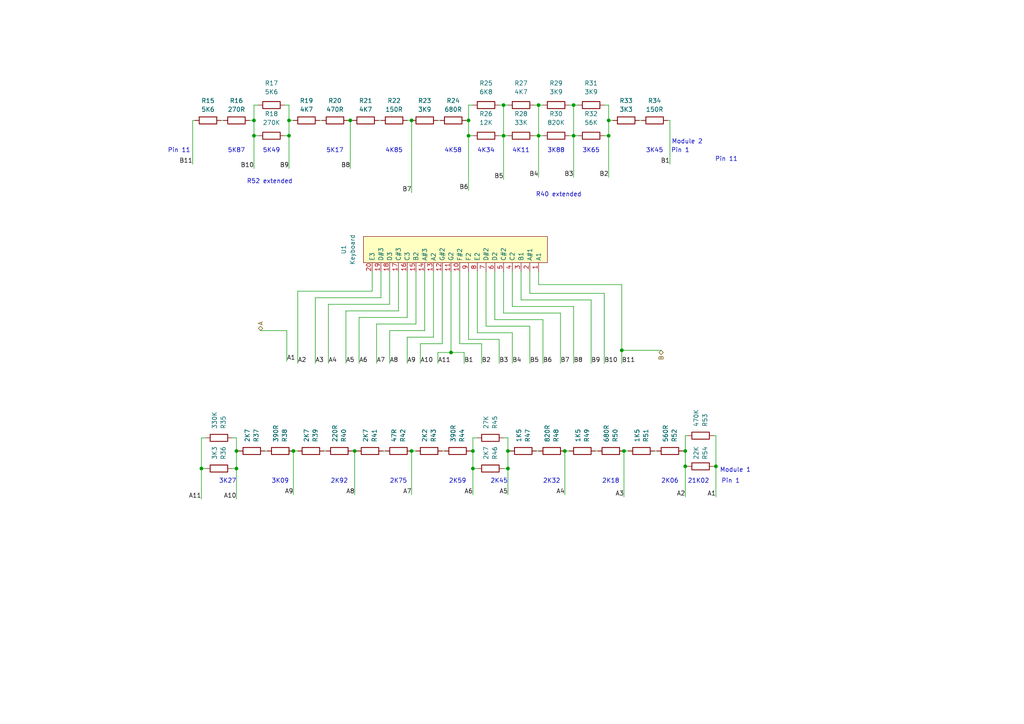
<source format=kicad_sch>
(kicad_sch (version 20231120) (generator "eeschema") (generator_version "8.0")
  (paper "A4")
  (lib_symbols
    (symbol "Device:R" (pin_numbers hide) (pin_names (offset 0))
      (property "Reference" "R" (at 2.032 0 90))
      (property "Value" "R" (at 0 0 90))
      (symbol "R_0_1"
        (rectangle (start -1.016 -2.54) (end 1.016 2.54) (stroke (width 0.254)))
      )
      (symbol "R_1_1"
        (pin passive line (at 0 3.81 270) (length 1.27) (name "~") (number "1"))
        (pin passive line (at 0 -3.81 90) (length 1.27) (name "~") (number "2"))
      )
    )
    (symbol "Stylophone:Keyboard"
      (property "Reference" "U" (at -3.81 26.67 0))
      (property "Value" "Keyboard" (at 0 29.21 0))
      (symbol "Keyboard_0_1"
        (rectangle (start -3.81 25.4) (end 3.81 -27.94) (fill (type background)))
      )
      (symbol "Keyboard_1_1"
        (pin passive line (at -6.35 22.86 0) (length 2.54) (name "A1") (number "1"))
        (pin passive line (at -6.35 0 0) (length 2.54) (name "F#2") (number "10"))
        (pin passive line (at -6.35 -2.54 0) (length 2.54) (name "G2") (number "11"))
        (pin passive line (at -6.35 -5.08 0) (length 2.54) (name "G#2") (number "12"))
        (pin passive line (at -6.35 -7.62 0) (length 2.54) (name "A2") (number "13"))
        (pin passive line (at -6.35 -10.16 0) (length 2.54) (name "A#3") (number "14"))
        (pin passive line (at -6.35 -12.7 0) (length 2.54) (name "B2") (number "15"))
        (pin passive line (at -6.35 -15.24 0) (length 2.54) (name "C3") (number "16"))
        (pin passive line (at -6.35 -17.78 0) (length 2.54) (name "C#3") (number "17"))
        (pin passive line (at -6.35 -20.32 0) (length 2.54) (name "D3") (number "18"))
        (pin passive line (at -6.35 -22.86 0) (length 2.54) (name "D#3") (number "19"))
        (pin passive line (at -6.35 20.32 0) (length 2.54) (name "A#1") (number "2"))
        (pin passive line (at -6.35 -25.4 0) (length 2.54) (name "E3") (number "20"))
        (pin passive line (at -6.35 17.78 0) (length 2.54) (name "B1") (number "3"))
        (pin passive line (at -6.35 15.24 0) (length 2.54) (name "C2") (number "4"))
        (pin passive line (at -6.35 12.7 0) (length 2.54) (name "C#2") (number "5"))
        (pin passive line (at -6.35 10.16 0) (length 2.54) (name "D2") (number "6"))
        (pin passive line (at -6.35 7.62 0) (length 2.54) (name "D#2") (number "7"))
        (pin passive line (at -6.35 5.08 0) (length 2.54) (name "E2") (number "8"))
        (pin passive line (at -6.35 2.54 0) (length 2.54) (name "F2") (number "9"))
      )
    )
  )
  (junction (at 180.34 101.6))
  (junction (at 166.37 39.37))
  (junction (at 147.32 130.81))
  (junction (at 137.16 130.81))
  (junction (at 198.755 135.255))
  (junction (at 180.975 130.81))
  (junction (at 198.755 130.81))
  (junction (at 163.83 130.81))
  (junction (at 137.16 135.89))
  (junction (at 85.09 130.81))
  (junction (at 135.89 39.37))
  (junction (at 119.38 130.81))
  (junction (at 119.38 34.925))
  (junction (at 73.66 39.37))
  (junction (at 83.82 34.925))
  (junction (at 166.37 30.48))
  (junction (at 176.53 39.37))
  (junction (at 176.53 34.925))
  (junction (at 73.66 34.925))
  (junction (at 135.89 34.925))
  (junction (at 147.32 135.89))
  (junction (at 102.87 130.81))
  (junction (at 156.21 39.37))
  (junction (at 68.58 135.89))
  (junction (at 146.05 30.48))
  (junction (at 146.05 39.37))
  (junction (at 58.42 135.89))
  (junction (at 101.6 34.925))
  (junction (at 130.81 102.235))
  (junction (at 207.645 135.255))
  (junction (at 83.82 39.37))
  (junction (at 156.21 30.48))
  (junction (at 68.58 130.81))
  (wire (pts (xy 118.11 97.79) (xy 125.73 97.79)))
  (wire (pts (xy 148.59 88.9) (xy 166.37 88.9)))
  (wire (pts (xy 176.53 30.48) (xy 176.53 34.925)))
  (wire (pts (xy 127.635 34.925) (xy 127 34.925)))
  (wire (pts (xy 103.505 130.81) (xy 102.87 130.81)))
  (wire (pts (xy 101.6 48.895) (xy 101.6 34.925)))
  (wire (pts (xy 207.645 135.255) (xy 207.645 144.145)))
  (wire (pts (xy 85.09 130.81) (xy 85.09 143.51)))
  (wire (pts (xy 86.36 105.41) (xy 86.36 84.455)))
  (wire (pts (xy 137.16 135.89) (xy 137.16 143.51)))
  (wire (pts (xy 133.35 78.74) (xy 133.35 99.695)))
  (wire (pts (xy 100.33 90.17) (xy 115.57 90.17)))
  (wire (pts (xy 119.38 34.925) (xy 119.38 55.88)))
  (wire (pts (xy 135.89 30.48) (xy 135.89 34.925)))
  (wire (pts (xy 148.59 78.74) (xy 148.59 88.9)))
  (wire (pts (xy 73.66 34.925) (xy 72.39 34.925)))
  (wire (pts (xy 146.05 39.37) (xy 144.78 39.37)))
  (wire (pts (xy 110.49 86.36) (xy 110.49 78.74)))
  (wire (pts (xy 68.58 135.89) (xy 68.58 130.81)))
  (wire (pts (xy 102.87 143.51) (xy 102.87 130.81)))
  (wire (pts (xy 59.69 135.89) (xy 58.42 135.89)))
  (wire (pts (xy 153.67 85.09) (xy 175.26 85.09)))
  (wire (pts (xy 67.31 135.89) (xy 68.58 135.89)))
  (wire (pts (xy 73.66 34.925) (xy 73.66 39.37)))
  (wire (pts (xy 91.44 86.36) (xy 110.49 86.36)))
  (wire (pts (xy 165.1 130.81) (xy 163.83 130.81)))
  (wire (pts (xy 104.14 92.075) (xy 118.11 92.075)))
  (wire (pts (xy 175.26 39.37) (xy 176.53 39.37)))
  (wire (pts (xy 153.67 105.41) (xy 153.67 94.615)))
  (wire (pts (xy 186.055 34.925) (xy 185.42 34.925)))
  (wire (pts (xy 176.53 34.925) (xy 176.53 39.37)))
  (wire (pts (xy 135.89 39.37) (xy 135.89 55.245)))
  (wire (pts (xy 207.645 126.365) (xy 207.645 135.255)))
  (wire (pts (xy 95.25 88.265) (xy 113.03 88.265)))
  (wire (pts (xy 128.27 99.695) (xy 128.27 78.74)))
  (wire (pts (xy 68.58 135.89) (xy 68.58 144.78)))
  (wire (pts (xy 118.11 105.41) (xy 118.11 97.79)))
  (wire (pts (xy 95.25 105.41) (xy 95.25 88.265)))
  (wire (pts (xy 91.44 105.41) (xy 91.44 86.36)))
  (wire (pts (xy 146.05 30.48) (xy 146.05 39.37)))
  (wire (pts (xy 207.01 135.255) (xy 207.645 135.255)))
  (wire (pts (xy 69.215 130.81) (xy 68.58 130.81)))
  (wire (pts (xy 167.64 39.37) (xy 166.37 39.37)))
  (wire (pts (xy 207.645 126.365) (xy 207.01 126.365)))
  (wire (pts (xy 64.77 34.925) (xy 64.135 34.925)))
  (wire (pts (xy 82.55 39.37) (xy 83.82 39.37)))
  (wire (pts (xy 121.92 99.695) (xy 128.27 99.695)))
  (wire (pts (xy 173.355 130.81) (xy 172.72 130.81)))
  (wire (pts (xy 156.21 130.81) (xy 155.575 130.81)))
  (wire (pts (xy 140.97 94.615) (xy 153.67 94.615)))
  (wire (pts (xy 119.38 143.51) (xy 119.38 130.81)))
  (wire (pts (xy 137.16 39.37) (xy 135.89 39.37)))
  (wire (pts (xy 127 102.235) (xy 130.81 102.235)))
  (wire (pts (xy 130.81 102.235) (xy 130.81 78.74)))
  (wire (pts (xy 125.73 97.79) (xy 125.73 78.74)))
  (wire (pts (xy 85.09 34.925) (xy 83.82 34.925)))
  (wire (pts (xy 100.33 105.41) (xy 100.33 90.17)))
  (wire (pts (xy 93.345 34.925) (xy 92.71 34.925)))
  (wire (pts (xy 156.21 30.48) (xy 157.48 30.48)))
  (wire (pts (xy 140.97 78.74) (xy 140.97 94.615)))
  (wire (pts (xy 156.21 78.74) (xy 156.21 82.55)))
  (wire (pts (xy 83.82 30.48) (xy 82.55 30.48)))
  (wire (pts (xy 147.32 39.37) (xy 146.05 39.37)))
  (wire (pts (xy 100.965 34.925) (xy 101.6 34.925)))
  (wire (pts (xy 176.53 30.48) (xy 175.26 30.48)))
  (wire (pts (xy 135.89 98.425) (xy 144.78 98.425)))
  (wire (pts (xy 194.31 47.625) (xy 194.31 34.925)))
  (wire (pts (xy 102.87 130.81) (xy 102.235 130.81)))
  (wire (pts (xy 198.755 130.81) (xy 198.12 130.81)))
  (wire (pts (xy 138.43 96.52) (xy 148.59 96.52)))
  (wire (pts (xy 146.05 127) (xy 147.32 127)))
  (wire (pts (xy 119.38 34.925) (xy 118.11 34.925)))
  (wire (pts (xy 109.22 93.98) (xy 120.65 93.98)))
  (wire (pts (xy 83.185 95.885) (xy 83.185 104.775)))
  (wire (pts (xy 153.67 78.74) (xy 153.67 85.09)))
  (wire (pts (xy 56.515 34.925) (xy 55.88 34.925)))
  (wire (pts (xy 194.31 34.925) (xy 193.675 34.925)))
  (wire (pts (xy 135.89 34.925) (xy 135.89 39.37)))
  (wire (pts (xy 73.66 39.37) (xy 73.66 48.895)))
  (wire (pts (xy 73.66 30.48) (xy 73.66 34.925)))
  (wire (pts (xy 83.82 34.925) (xy 83.82 39.37)))
  (wire (pts (xy 198.755 126.365) (xy 199.39 126.365)))
  (wire (pts (xy 175.26 85.09) (xy 175.26 105.41)))
  (wire (pts (xy 166.37 105.41) (xy 166.37 88.9)))
  (wire (pts (xy 137.16 130.81) (xy 137.16 127)))
  (wire (pts (xy 180.34 82.55) (xy 180.34 101.6)))
  (wire (pts (xy 147.32 135.89) (xy 147.32 143.51)))
  (wire (pts (xy 121.92 105.41) (xy 121.92 99.695)))
  (wire (pts (xy 107.95 84.455) (xy 107.95 78.74)))
  (wire (pts (xy 148.59 105.41) (xy 148.59 96.52)))
  (wire (pts (xy 162.56 105.41) (xy 162.56 90.805)))
  (wire (pts (xy 137.16 130.81) (xy 136.525 130.81)))
  (wire (pts (xy 180.34 101.6) (xy 180.34 105.41)))
  (wire (pts (xy 75.565 95.885) (xy 83.185 95.885)))
  (wire (pts (xy 156.21 39.37) (xy 156.21 51.435)))
  (wire (pts (xy 166.37 39.37) (xy 166.37 51.435)))
  (wire (pts (xy 104.14 105.41) (xy 104.14 92.075)))
  (wire (pts (xy 198.755 135.255) (xy 198.755 130.81)))
  (wire (pts (xy 199.39 135.255) (xy 198.755 135.255)))
  (wire (pts (xy 138.43 135.89) (xy 137.16 135.89)))
  (wire (pts (xy 133.35 99.695) (xy 139.7 99.695)))
  (wire (pts (xy 146.05 30.48) (xy 147.32 30.48)))
  (wire (pts (xy 144.78 105.41) (xy 144.78 98.425)))
  (wire (pts (xy 86.36 84.455) (xy 107.95 84.455)))
  (wire (pts (xy 135.89 78.74) (xy 135.89 98.425)))
  (wire (pts (xy 180.34 101.6) (xy 191.77 101.6)))
  (wire (pts (xy 135.89 30.48) (xy 137.16 30.48)))
  (wire (pts (xy 138.43 78.74) (xy 138.43 96.52)))
  (wire (pts (xy 55.88 34.925) (xy 55.88 47.625)))
  (wire (pts (xy 147.32 135.89) (xy 146.05 135.89)))
  (wire (pts (xy 123.19 95.885) (xy 123.19 78.74)))
  (wire (pts (xy 166.37 30.48) (xy 166.37 39.37)))
  (wire (pts (xy 134.62 105.41) (xy 134.62 102.235)))
  (wire (pts (xy 127 105.41) (xy 127 102.235)))
  (wire (pts (xy 115.57 90.17) (xy 115.57 78.74)))
  (wire (pts (xy 83.82 39.37) (xy 83.82 48.895)))
  (wire (pts (xy 130.81 102.235) (xy 134.62 102.235)))
  (wire (pts (xy 163.83 130.81) (xy 163.83 143.51)))
  (wire (pts (xy 198.755 130.81) (xy 198.755 126.365)))
  (wire (pts (xy 166.37 30.48) (xy 167.64 30.48)))
  (wire (pts (xy 68.58 127) (xy 67.31 127)))
  (wire (pts (xy 146.05 90.805) (xy 162.56 90.805)))
  (wire (pts (xy 58.42 135.89) (xy 58.42 144.78)))
  (wire (pts (xy 73.66 30.48) (xy 74.93 30.48)))
  (wire (pts (xy 109.22 105.41) (xy 109.22 93.98)))
  (wire (pts (xy 177.8 34.925) (xy 176.53 34.925)))
  (wire (pts (xy 156.21 39.37) (xy 154.94 39.37)))
  (wire (pts (xy 113.03 95.885) (xy 123.19 95.885)))
  (wire (pts (xy 151.13 86.995) (xy 171.45 86.995)))
  (wire (pts (xy 171.45 105.41) (xy 171.45 86.995)))
  (wire (pts (xy 147.32 127) (xy 147.32 130.81)))
  (wire (pts (xy 111.76 130.81) (xy 111.125 130.81)))
  (wire (pts (xy 146.05 39.37) (xy 146.05 52.07)))
  (wire (pts (xy 139.7 99.695) (xy 139.7 105.41)))
  (wire (pts (xy 128.905 130.81) (xy 128.27 130.81)))
  (wire (pts (xy 86.36 130.81) (xy 85.09 130.81)))
  (wire (pts (xy 157.48 105.41) (xy 157.48 92.71)))
  (wire (pts (xy 113.03 88.265) (xy 113.03 78.74)))
  (wire (pts (xy 110.49 34.925) (xy 109.855 34.925)))
  (wire (pts (xy 147.955 130.81) (xy 147.32 130.81)))
  (wire (pts (xy 120.65 130.81) (xy 119.38 130.81)))
  (wire (pts (xy 157.48 39.37) (xy 156.21 39.37)))
  (wire (pts (xy 143.51 78.74) (xy 143.51 92.71)))
  (wire (pts (xy 176.53 39.37) (xy 176.53 51.435)))
  (wire (pts (xy 182.245 130.81) (xy 180.975 130.81)))
  (wire (pts (xy 68.58 130.81) (xy 68.58 127)))
  (wire (pts (xy 135.89 34.925) (xy 135.255 34.925)))
  (wire (pts (xy 146.05 78.74) (xy 146.05 90.805)))
  (wire (pts (xy 198.755 144.145) (xy 198.755 135.255)))
  (wire (pts (xy 147.32 130.81) (xy 147.32 135.89)))
  (wire (pts (xy 118.11 92.075) (xy 118.11 78.74)))
  (wire (pts (xy 156.21 30.48) (xy 156.21 39.37)))
  (wire (pts (xy 137.16 135.89) (xy 137.16 130.81)))
  (wire (pts (xy 190.5 130.81) (xy 189.865 130.81)))
  (wire (pts (xy 83.82 30.48) (xy 83.82 34.925)))
  (wire (pts (xy 58.42 127) (xy 59.69 127)))
  (wire (pts (xy 180.975 130.81) (xy 180.975 144.145)))
  (wire (pts (xy 143.51 92.71) (xy 157.48 92.71)))
  (wire (pts (xy 120.65 93.98) (xy 120.65 78.74)))
  (wire (pts (xy 166.37 39.37) (xy 165.1 39.37)))
  (wire (pts (xy 113.03 105.41) (xy 113.03 95.885)))
  (wire (pts (xy 137.16 127) (xy 138.43 127)))
  (wire (pts (xy 156.21 82.55) (xy 180.34 82.55)))
  (wire (pts (xy 151.13 78.74) (xy 151.13 86.995)))
  (wire (pts (xy 58.42 127) (xy 58.42 135.89)))
  (wire (pts (xy 156.21 30.48) (xy 154.94 30.48)))
  (wire (pts (xy 94.615 130.81) (xy 93.98 130.81)))
  (wire (pts (xy 166.37 30.48) (xy 165.1 30.48)))
  (wire (pts (xy 74.93 39.37) (xy 73.66 39.37)))
  (wire (pts (xy 146.05 30.48) (xy 144.78 30.48)))
  (wire (pts (xy 77.47 130.81) (xy 76.835 130.81)))
  (wire (pts (xy 102.235 34.925) (xy 101.6 34.925)))
  (text "Module 1" (at 217.805 137.16 0) (effects (font (size 1.27 1.27)) (justify right bottom)))
  (text "4K85" (at 116.84 44.45 0) (effects (font (size 1.27 1.27)) (justify right bottom)))
  (text "3K65" (at 173.99 44.45 0) (effects (font (size 1.27 1.27)) (justify right bottom)))
  (text "2K75" (at 118.11 140.335 0) (effects (font (size 1.27 1.27)) (justify right bottom)))
  (text "R40 extended\n" (at 162.052 56.515 0) (effects (font (size 1.27 1.27))))
  (text "5K49" (at 81.28 44.45 0) (effects (font (size 1.27 1.27)) (justify right bottom)))
  (text "R52 extended\n" (at 78.232 52.705 0) (effects (font (size 1.27 1.27))))
  (text "5K17" (at 99.695 44.45 0) (effects (font (size 1.27 1.27)) (justify right bottom)))
  (text "2K59" (at 135.255 140.335 0) (effects (font (size 1.27 1.27)) (justify right bottom)))
  (text "Pin 11" (at 213.995 46.99 0) (effects (font (size 1.27 1.27)) (justify right bottom)))
  (text "Pin 11" (at 55.245 44.45 0) (effects (font (size 1.27 1.27)) (justify right bottom)))
  (text "2K32" (at 162.56 140.335 0) (effects (font (size 1.27 1.27)) (justify right bottom)))
  (text "Module 2" (at 203.835 41.91 0) (effects (font (size 1.27 1.27)) (justify right bottom)))
  (text "Pin 1" (at 214.63 140.335 0) (effects (font (size 1.27 1.27)) (justify right bottom)))
  (text "3K88" (at 163.83 44.45 0) (effects (font (size 1.27 1.27)) (justify right bottom)))
  (text "3K45" (at 192.405 44.45 0) (effects (font (size 1.27 1.27)) (justify right bottom)))
  (text "2K92" (at 100.965 140.335 0) (effects (font (size 1.27 1.27)) (justify right bottom)))
  (text "4K11" (at 153.67 44.45 0) (effects (font (size 1.27 1.27)) (justify right bottom)))
  (text "2K45" (at 147.32 140.335 0) (effects (font (size 1.27 1.27)) (justify right bottom)))
  (text "3K09" (at 83.82 140.335 0) (effects (font (size 1.27 1.27)) (justify right bottom)))
  (text "2K06" (at 196.85 140.335 0) (effects (font (size 1.27 1.27)) (justify right bottom)))
  (text "4K58" (at 133.985 44.45 0) (effects (font (size 1.27 1.27)) (justify right bottom)))
  (text "Pin 1" (at 200.025 44.45 0) (effects (font (size 1.27 1.27)) (justify right bottom)))
  (text "5K87" (at 71.12 44.45 0) (effects (font (size 1.27 1.27)) (justify right bottom)))
  (text "4K34" (at 143.51 44.45 0) (effects (font (size 1.27 1.27)) (justify right bottom)))
  (text "2K18" (at 179.705 140.335 0) (effects (font (size 1.27 1.27)) (justify right bottom)))
  (text "21K02" (at 205.74 140.335 0) (effects (font (size 1.27 1.27)) (justify right bottom)))
  (text "3K27" (at 68.58 140.335 0) (effects (font (size 1.27 1.27)) (justify right bottom)))
  (label "A8" (at 113.03 105.41 0))
  (label "A9" (at 85.09 143.51 180))
  (label "A8" (at 102.87 143.51 180))
  (label "A2" (at 86.36 105.41 0))
  (label "B11" (at 180.34 105.41 0))
  (label "B10" (at 73.66 48.895 180))
  (label "B7" (at 119.38 55.88 180))
  (label "A1" (at 83.185 104.775 0))
  (label "B6" (at 135.89 55.245 180))
  (label "A7" (at 109.22 105.41 0))
  (label "B10" (at 175.26 105.41 0))
  (label "B8" (at 166.37 105.41 0))
  (label "A11" (at 127 105.41 0))
  (label "A5" (at 147.32 143.51 180))
  (label "A2" (at 198.755 144.145 180))
  (label "A11" (at 58.42 144.78 180))
  (label "B3" (at 166.37 51.435 180))
  (label "A3" (at 180.975 144.145 180))
  (label "B9" (at 171.45 105.41 0))
  (label "B11" (at 55.88 47.625 180))
  (label "B7" (at 162.56 105.41 0))
  (label "B1" (at 194.31 47.625 180))
  (label "A5" (at 100.33 105.41 0))
  (label "A4" (at 95.25 105.41 0))
  (label "B9" (at 83.82 48.895 180))
  (label "A4" (at 163.83 143.51 180))
  (label "A3" (at 91.44 105.41 0))
  (label "A10" (at 121.92 105.41 0))
  (label "B1" (at 134.62 105.41 0))
  (label "B3" (at 144.78 105.41 0))
  (label "B8" (at 101.6 48.895 180))
  (label "B5" (at 153.67 105.41 0))
  (label "B6" (at 157.48 105.41 0))
  (label "A7" (at 119.38 143.51 180))
  (label "A1" (at 207.645 144.145 180))
  (label "B4" (at 148.59 105.41 0))
  (label "B4" (at 156.21 51.435 180))
  (label "A10" (at 68.58 144.78 180))
  (label "A6" (at 104.14 105.41 0))
  (label "B2" (at 176.53 51.435 180))
  (label "A9" (at 118.11 105.41 0))
  (label "B5" (at 146.05 52.07 180))
  (label "B2" (at 139.7 105.41 0))
  (label "A6" (at 137.16 143.51 180))
  (hierarchical_label "A" (shape bidirectional) (at 75.565 95.885 90))
  (hierarchical_label "B" (shape bidirectional) (at 191.77 101.6 270))
  (symbol (lib_id "Device:R") (at 60.325 34.925 270) (mirror x) (unit 1)
    (property "Reference" "R15" (at 60.325 29.21 90))
    (property "Value" "5K6" (at 60.325 31.75 90))
    (property "Footprint" "Resistor_SMD:R_0603_1608Metric_Pad0.98x0.95mm_HandSolder" (effects (hide yes)))
  )
  (symbol (lib_id "Device:R") (at 131.445 34.925 270) (mirror x) (unit 1)
    (property "Reference" "R24" (at 131.445 29.21 90))
    (property "Value" "680R" (at 131.445 31.75 90))
    (property "Footprint" "Resistor_SMD:R_0603_1608Metric_Pad0.98x0.95mm_HandSolder" (effects (hide yes)))
  )
  (symbol (lib_id "Device:R") (at 194.31 130.81 270) (mirror x) (unit 1)
    (property "Reference" "R52" (at 195.5801 128.27 0) (effects (justify left)))
    (property "Value" "560R" (at 193.0401 128.27 0) (effects (justify left)))
    (property "Footprint" "Resistor_SMD:R_0603_1608Metric_Pad0.98x0.95mm_HandSolder" (effects (hide yes)))
  )
  (symbol (lib_id "Device:R") (at 161.29 39.37 270) (mirror x) (unit 1)
    (property "Reference" "R30" (at 161.29 33.02 90))
    (property "Value" "820K" (at 161.29 35.56 90))
    (property "Footprint" "Resistor_SMD:R_0603_1608Metric_Pad0.98x0.95mm_HandSolder" (effects (hide yes)))
  )
  (symbol (lib_id "Device:R") (at 114.3 34.925 270) (mirror x) (unit 1)
    (property "Reference" "R22" (at 114.3 29.21 90))
    (property "Value" "150R" (at 114.3 31.75 90))
    (property "Footprint" "Resistor_SMD:R_0603_1608Metric_Pad0.98x0.95mm_HandSolder" (effects (hide yes)))
  )
  (symbol (lib_id "Device:R") (at 186.055 130.81 270) (mirror x) (unit 1)
    (property "Reference" "R51" (at 187.3251 128.27 0) (effects (justify left)))
    (property "Value" "1K5" (at 184.7851 128.27 0) (effects (justify left)))
    (property "Footprint" "Resistor_SMD:R_0603_1608Metric_Pad0.98x0.95mm_HandSolder" (effects (hide yes)))
  )
  (symbol (lib_id "Device:R") (at 88.9 34.925 270) (mirror x) (unit 1)
    (property "Reference" "R19" (at 88.9 29.21 90))
    (property "Value" "4K7" (at 88.9 31.75 90))
    (property "Footprint" "Resistor_SMD:R_0603_1608Metric_Pad0.98x0.95mm_HandSolder" (effects (hide yes)))
  )
  (symbol (lib_id "Device:R") (at 203.2 135.255 270) (mirror x) (unit 1)
    (property "Reference" "R54" (at 204.4701 133.35 0) (effects (justify left)))
    (property "Value" "22K" (at 201.9301 133.35 0) (effects (justify left)))
    (property "Footprint" "Resistor_SMD:R_0603_1608Metric_Pad0.98x0.95mm_HandSolder" (effects (hide yes)))
  )
  (symbol (lib_id "Device:R") (at 171.45 39.37 270) (mirror x) (unit 1)
    (property "Reference" "R32" (at 171.45 33.02 90))
    (property "Value" "56K" (at 171.45 35.56 90))
    (property "Footprint" "Resistor_SMD:R_0603_1608Metric_Pad0.98x0.95mm_HandSolder" (effects (hide yes)))
  )
  (symbol (lib_id "Device:R") (at 123.19 34.925 270) (mirror x) (unit 1)
    (property "Reference" "R23" (at 123.19 29.21 90))
    (property "Value" "3K9" (at 123.19 31.75 90))
    (property "Footprint" "Resistor_SMD:R_0603_1608Metric_Pad0.98x0.95mm_HandSolder" (effects (hide yes)))
  )
  (symbol (lib_id "Device:R") (at 98.425 130.81 270) (mirror x) (unit 1)
    (property "Reference" "R40" (at 99.6951 128.27 0) (effects (justify left)))
    (property "Value" "220R" (at 97.1551 128.27 0) (effects (justify left)))
    (property "Footprint" "Resistor_SMD:R_0603_1608Metric_Pad0.98x0.95mm_HandSolder" (effects (hide yes)))
  )
  (symbol (lib_id "Device:R") (at 189.865 34.925 270) (mirror x) (unit 1)
    (property "Reference" "R34" (at 189.865 29.21 90))
    (property "Value" "150R" (at 189.865 31.75 90))
    (property "Footprint" "Resistor_SMD:R_0603_1608Metric_Pad0.98x0.95mm_HandSolder" (effects (hide yes)))
  )
  (symbol (lib_id "Device:R") (at 151.13 30.48 270) (mirror x) (unit 1)
    (property "Reference" "R27" (at 151.13 24.13 90))
    (property "Value" "4K7" (at 151.13 26.67 90))
    (property "Footprint" "Resistor_SMD:R_0603_1608Metric_Pad0.98x0.95mm_HandSolder" (effects (hide yes)))
  )
  (symbol (lib_id "Device:R") (at 177.165 130.81 270) (mirror x) (unit 1)
    (property "Reference" "R50" (at 178.4351 128.27 0) (effects (justify left)))
    (property "Value" "680R" (at 175.8951 128.27 0) (effects (justify left)))
    (property "Footprint" "Resistor_SMD:R_0603_1608Metric_Pad0.98x0.95mm_HandSolder" (effects (hide yes)))
  )
  (symbol (lib_id "Device:R") (at 160.02 130.81 270) (mirror x) (unit 1)
    (property "Reference" "R48" (at 161.2901 128.27 0) (effects (justify left)))
    (property "Value" "820R" (at 158.7501 128.27 0) (effects (justify left)))
    (property "Footprint" "Resistor_SMD:R_0603_1608Metric_Pad0.98x0.95mm_HandSolder" (effects (hide yes)))
  )
  (symbol (lib_id "Device:R") (at 63.5 127 270) (mirror x) (unit 1)
    (property "Reference" "R35" (at 64.7701 124.46 0) (effects (justify left)))
    (property "Value" "330K" (at 62.2301 124.46 0) (effects (justify left)))
    (property "Footprint" "Resistor_SMD:R_0603_1608Metric_Pad0.98x0.95mm_HandSolder" (effects (hide yes)))
  )
  (symbol (lib_id "Device:R") (at 115.57 130.81 270) (mirror x) (unit 1)
    (property "Reference" "R42" (at 116.8401 128.27 0) (effects (justify left)))
    (property "Value" "47R" (at 114.3001 128.27 0) (effects (justify left)))
    (property "Footprint" "Resistor_SMD:R_0603_1608Metric_Pad0.98x0.95mm_HandSolder" (effects (hide yes)))
  )
  (symbol (lib_id "Device:R") (at 161.29 30.48 270) (mirror x) (unit 1)
    (property "Reference" "R29" (at 161.29 24.13 90))
    (property "Value" "3K9" (at 161.29 26.67 90))
    (property "Footprint" "Resistor_SMD:R_0603_1608Metric_Pad0.98x0.95mm_HandSolder" (effects (hide yes)))
  )
  (symbol (lib_id "Device:R") (at 140.97 39.37 270) (mirror x) (unit 1)
    (property "Reference" "R26" (at 140.97 33.02 90))
    (property "Value" "12K" (at 140.97 35.56 90))
    (property "Footprint" "Resistor_SMD:R_0603_1608Metric_Pad0.98x0.95mm_HandSolder" (effects (hide yes)))
  )
  (symbol (lib_id "Device:R") (at 140.97 30.48 270) (mirror x) (unit 1)
    (property "Reference" "R25" (at 140.97 24.13 90))
    (property "Value" "6K8" (at 140.97 26.67 90))
    (property "Footprint" "Resistor_SMD:R_0603_1608Metric_Pad0.98x0.95mm_HandSolder" (effects (hide yes)))
  )
  (symbol (lib_id "Device:R") (at 73.025 130.81 270) (mirror x) (unit 1)
    (property "Reference" "R37" (at 74.2951 128.27 0) (effects (justify left)))
    (property "Value" "2K7" (at 71.7551 128.27 0) (effects (justify left)))
    (property "Footprint" "Resistor_SMD:R_0603_1608Metric_Pad0.98x0.95mm_HandSolder" (effects (hide yes)))
  )
  (symbol (lib_id "Device:R") (at 90.17 130.81 270) (mirror x) (unit 1)
    (property "Reference" "R39" (at 91.4401 128.27 0) (effects (justify left)))
    (property "Value" "2K7" (at 88.9001 128.27 0) (effects (justify left)))
    (property "Footprint" "Resistor_SMD:R_0603_1608Metric_Pad0.98x0.95mm_HandSolder" (effects (hide yes)))
  )
  (symbol (lib_id "Device:R") (at 106.045 34.925 270) (mirror x) (unit 1)
    (property "Reference" "R21" (at 106.045 29.21 90))
    (property "Value" "4K7" (at 106.045 31.75 90))
    (property "Footprint" "Resistor_SMD:R_0603_1608Metric_Pad0.98x0.95mm_HandSolder" (effects (hide yes)))
  )
  (symbol (lib_id "Device:R") (at 168.91 130.81 270) (mirror x) (unit 1)
    (property "Reference" "R49" (at 170.1801 128.27 0) (effects (justify left)))
    (property "Value" "1K5" (at 167.6401 128.27 0) (effects (justify left)))
    (property "Footprint" "Resistor_SMD:R_0603_1608Metric_Pad0.98x0.95mm_HandSolder" (effects (hide yes)))
  )
  (symbol (lib_id "Device:R") (at 151.13 39.37 270) (mirror x) (unit 1)
    (property "Reference" "R28" (at 151.13 33.02 90))
    (property "Value" "33K" (at 151.13 35.56 90))
    (property "Footprint" "Resistor_SMD:R_0603_1608Metric_Pad0.98x0.95mm_HandSolder" (effects (hide yes)))
  )
  (symbol (lib_id "Device:R") (at 81.28 130.81 270) (mirror x) (unit 1)
    (property "Reference" "R38" (at 82.5501 128.27 0) (effects (justify left)))
    (property "Value" "390R" (at 80.0101 128.27 0) (effects (justify left)))
    (property "Footprint" "Resistor_SMD:R_0603_1608Metric_Pad0.98x0.95mm_HandSolder" (effects (hide yes)))
  )
  (symbol (lib_id "Device:R") (at 181.61 34.925 270) (mirror x) (unit 1)
    (property "Reference" "R33" (at 181.61 29.21 90))
    (property "Value" "3K3" (at 181.61 31.75 90))
    (property "Footprint" "Resistor_SMD:R_0603_1608Metric_Pad0.98x0.95mm_HandSolder" (effects (hide yes)))
  )
  (symbol (lib_id "Device:R") (at 78.74 39.37 270) (mirror x) (unit 1)
    (property "Reference" "R18" (at 78.74 33.02 90))
    (property "Value" "270K" (at 78.74 35.56 90))
    (property "Footprint" "Resistor_SMD:R_0603_1608Metric_Pad0.98x0.95mm_HandSolder" (effects (hide yes)))
  )
  (symbol (lib_id "Device:R") (at 142.24 127 270) (mirror x) (unit 1)
    (property "Reference" "R45" (at 143.5101 124.46 0) (effects (justify left)))
    (property "Value" "27K" (at 140.9701 124.46 0) (effects (justify left)))
    (property "Footprint" "Resistor_SMD:R_0603_1608Metric_Pad0.98x0.95mm_HandSolder" (effects (hide yes)))
  )
  (symbol (lib_id "Stylophone:Keyboard") (at 133.35 72.39 270) (mirror x) (unit 1) (in_bom no)
    (property "Reference" "U1" (at 99.695 72.39 0))
    (property "Value" "Keyboard" (at 102.235 72.39 0))
    (property "Footprint" "KitsBlips:stylophone-keyboard" (effects (hide yes)))
  )
  (symbol (lib_id "Device:R") (at 132.715 130.81 270) (mirror x) (unit 1)
    (property "Reference" "R44" (at 133.9851 128.27 0) (effects (justify left)))
    (property "Value" "390R" (at 131.4451 128.27 0) (effects (justify left)))
    (property "Footprint" "Resistor_SMD:R_0603_1608Metric_Pad0.98x0.95mm_HandSolder" (effects (hide yes)))
  )
  (symbol (lib_id "Device:R") (at 171.45 30.48 270) (mirror x) (unit 1)
    (property "Reference" "R31" (at 171.45 24.13 90))
    (property "Value" "3K9" (at 171.45 26.67 90))
    (property "Footprint" "Resistor_SMD:R_0603_1608Metric_Pad0.98x0.95mm_HandSolder" (effects (hide yes)))
  )
  (symbol (lib_id "Device:R") (at 107.315 130.81 270) (mirror x) (unit 1)
    (property "Reference" "R41" (at 108.5851 128.27 0) (effects (justify left)))
    (property "Value" "2K7" (at 106.0451 128.27 0) (effects (justify left)))
    (property "Footprint" "Resistor_SMD:R_0603_1608Metric_Pad0.98x0.95mm_HandSolder" (effects (hide yes)))
  )
  (symbol (lib_id "Device:R") (at 78.74 30.48 270) (mirror x) (unit 1)
    (property "Reference" "R17" (at 78.74 24.13 90))
    (property "Value" "5K6" (at 78.74 26.67 90))
    (property "Footprint" "Resistor_SMD:R_0603_1608Metric_Pad0.98x0.95mm_HandSolder" (effects (hide yes)))
  )
  (symbol (lib_id "Device:R") (at 63.5 135.89 270) (mirror x) (unit 1)
    (property "Reference" "R36" (at 64.7701 133.35 0) (effects (justify left)))
    (property "Value" "3K3" (at 62.2301 133.35 0) (effects (justify left)))
    (property "Footprint" "Resistor_SMD:R_0603_1608Metric_Pad0.98x0.95mm_HandSolder" (effects (hide yes)))
  )
  (symbol (lib_id "Device:R") (at 124.46 130.81 270) (mirror x) (unit 1)
    (property "Reference" "R43" (at 125.7301 128.27 0) (effects (justify left)))
    (property "Value" "2K2" (at 123.1901 128.27 0) (effects (justify left)))
    (property "Footprint" "Resistor_SMD:R_0603_1608Metric_Pad0.98x0.95mm_HandSolder" (effects (hide yes)))
  )
  (symbol (lib_id "Device:R") (at 142.24 135.89 270) (mirror x) (unit 1)
    (property "Reference" "R46" (at 143.5101 133.35 0) (effects (justify left)))
    (property "Value" "2K7" (at 140.9701 133.35 0) (effects (justify left)))
    (property "Footprint" "Resistor_SMD:R_0603_1608Metric_Pad0.98x0.95mm_HandSolder" (effects (hide yes)))
  )
  (symbol (lib_id "Device:R") (at 203.2 126.365 270) (mirror x) (unit 1)
    (property "Reference" "R53" (at 204.4701 123.825 0) (effects (justify left)))
    (property "Value" "470K" (at 201.9301 123.825 0) (effects (justify left)))
    (property "Footprint" "Resistor_SMD:R_0603_1608Metric_Pad0.98x0.95mm_HandSolder" (effects (hide yes)))
  )
  (symbol (lib_id "Device:R") (at 97.155 34.925 270) (mirror x) (unit 1)
    (property "Reference" "R20" (at 97.155 29.21 90))
    (property "Value" "470R" (at 97.155 31.75 90))
    (property "Footprint" "Resistor_SMD:R_0603_1608Metric_Pad0.98x0.95mm_HandSolder" (effects (hide yes)))
  )
  (symbol (lib_id "Device:R") (at 151.765 130.81 270) (mirror x) (unit 1)
    (property "Reference" "R47" (at 153.0351 128.27 0) (effects (justify left)))
    (property "Value" "1K5" (at 150.4951 128.27 0) (effects (justify left)))
    (property "Footprint" "Resistor_SMD:R_0603_1608Metric_Pad0.98x0.95mm_HandSolder" (effects (hide yes)))
  )
  (symbol (lib_id "Device:R") (at 68.58 34.925 270) (mirror x) (unit 1)
    (property "Reference" "R16" (at 68.58 29.21 90))
    (property "Value" "270R" (at 68.58 31.75 90))
    (property "Footprint" "Resistor_SMD:R_0603_1608Metric_Pad0.98x0.95mm_HandSolder" (effects (hide yes)))
  )
)
</source>
